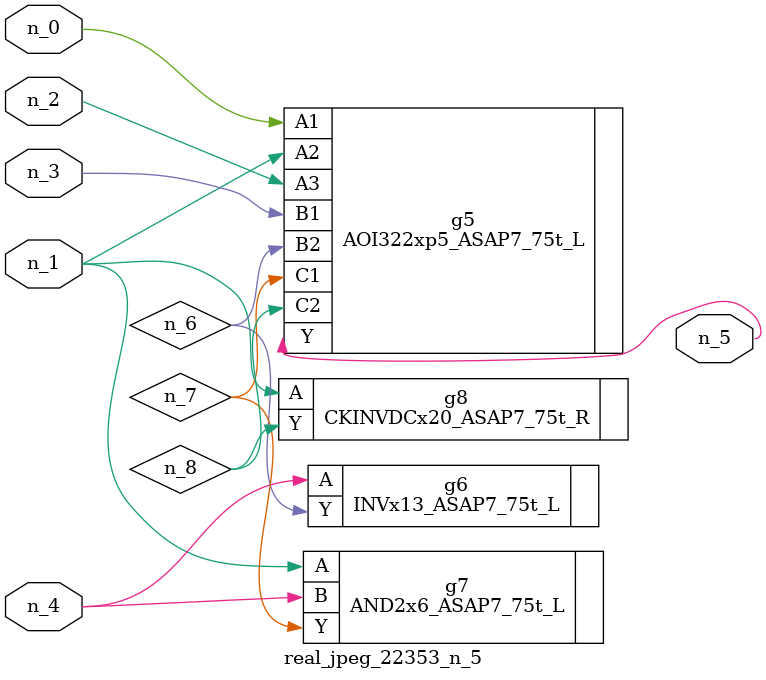
<source format=v>
module real_jpeg_22353_n_5 (n_4, n_0, n_1, n_2, n_3, n_5);

input n_4;
input n_0;
input n_1;
input n_2;
input n_3;

output n_5;

wire n_8;
wire n_6;
wire n_7;

AOI322xp5_ASAP7_75t_L g5 ( 
.A1(n_0),
.A2(n_1),
.A3(n_2),
.B1(n_3),
.B2(n_6),
.C1(n_7),
.C2(n_8),
.Y(n_5)
);

AND2x6_ASAP7_75t_L g7 ( 
.A(n_1),
.B(n_4),
.Y(n_7)
);

CKINVDCx20_ASAP7_75t_R g8 ( 
.A(n_1),
.Y(n_8)
);

INVx13_ASAP7_75t_L g6 ( 
.A(n_4),
.Y(n_6)
);


endmodule
</source>
